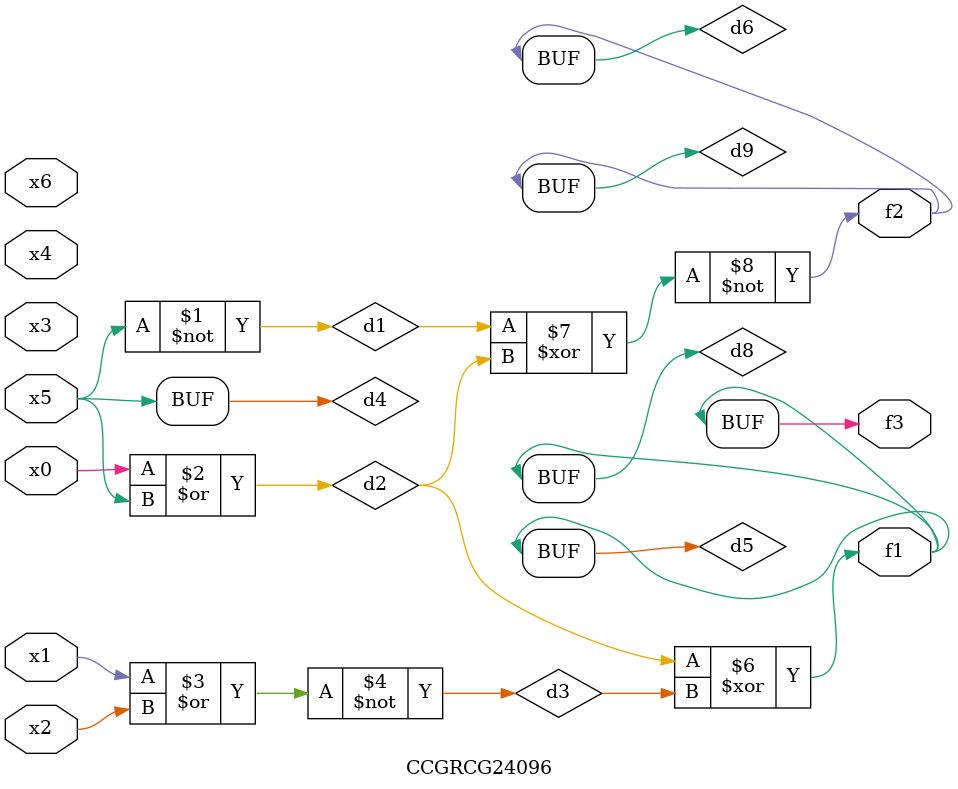
<source format=v>
module CCGRCG24096(
	input x0, x1, x2, x3, x4, x5, x6,
	output f1, f2, f3
);

	wire d1, d2, d3, d4, d5, d6, d7, d8, d9;

	nand (d1, x5);
	or (d2, x0, x5);
	nor (d3, x1, x2);
	xnor (d4, d1);
	xor (d5, d2, d3);
	xnor (d6, d1, d2);
	not (d7, x4);
	buf (d8, d5);
	xor (d9, d6);
	assign f1 = d8;
	assign f2 = d9;
	assign f3 = d8;
endmodule

</source>
